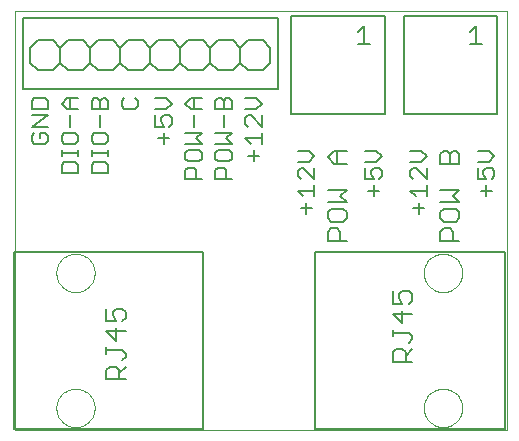
<source format=gto>
G75*
%MOIN*%
%OFA0B0*%
%FSLAX24Y24*%
%IPPOS*%
%LPD*%
%AMOC8*
5,1,8,0,0,1.08239X$1,22.5*
%
%ADD10C,0.0000*%
%ADD11C,0.0080*%
%ADD12C,0.0060*%
%ADD13C,0.0050*%
D10*
X000204Y000180D02*
X000204Y014176D01*
X016574Y014176D01*
X016574Y000180D01*
X000204Y000180D01*
X001564Y000930D02*
X001566Y000980D01*
X001572Y001030D01*
X001582Y001079D01*
X001595Y001128D01*
X001613Y001175D01*
X001634Y001221D01*
X001658Y001264D01*
X001686Y001306D01*
X001717Y001346D01*
X001751Y001383D01*
X001788Y001417D01*
X001828Y001448D01*
X001870Y001476D01*
X001913Y001500D01*
X001959Y001521D01*
X002006Y001539D01*
X002055Y001552D01*
X002104Y001562D01*
X002154Y001568D01*
X002204Y001570D01*
X002254Y001568D01*
X002304Y001562D01*
X002353Y001552D01*
X002402Y001539D01*
X002449Y001521D01*
X002495Y001500D01*
X002538Y001476D01*
X002580Y001448D01*
X002620Y001417D01*
X002657Y001383D01*
X002691Y001346D01*
X002722Y001306D01*
X002750Y001264D01*
X002774Y001221D01*
X002795Y001175D01*
X002813Y001128D01*
X002826Y001079D01*
X002836Y001030D01*
X002842Y000980D01*
X002844Y000930D01*
X002842Y000880D01*
X002836Y000830D01*
X002826Y000781D01*
X002813Y000732D01*
X002795Y000685D01*
X002774Y000639D01*
X002750Y000596D01*
X002722Y000554D01*
X002691Y000514D01*
X002657Y000477D01*
X002620Y000443D01*
X002580Y000412D01*
X002538Y000384D01*
X002495Y000360D01*
X002449Y000339D01*
X002402Y000321D01*
X002353Y000308D01*
X002304Y000298D01*
X002254Y000292D01*
X002204Y000290D01*
X002154Y000292D01*
X002104Y000298D01*
X002055Y000308D01*
X002006Y000321D01*
X001959Y000339D01*
X001913Y000360D01*
X001870Y000384D01*
X001828Y000412D01*
X001788Y000443D01*
X001751Y000477D01*
X001717Y000514D01*
X001686Y000554D01*
X001658Y000596D01*
X001634Y000639D01*
X001613Y000685D01*
X001595Y000732D01*
X001582Y000781D01*
X001572Y000830D01*
X001566Y000880D01*
X001564Y000930D01*
X001564Y005430D02*
X001566Y005480D01*
X001572Y005530D01*
X001582Y005579D01*
X001595Y005628D01*
X001613Y005675D01*
X001634Y005721D01*
X001658Y005764D01*
X001686Y005806D01*
X001717Y005846D01*
X001751Y005883D01*
X001788Y005917D01*
X001828Y005948D01*
X001870Y005976D01*
X001913Y006000D01*
X001959Y006021D01*
X002006Y006039D01*
X002055Y006052D01*
X002104Y006062D01*
X002154Y006068D01*
X002204Y006070D01*
X002254Y006068D01*
X002304Y006062D01*
X002353Y006052D01*
X002402Y006039D01*
X002449Y006021D01*
X002495Y006000D01*
X002538Y005976D01*
X002580Y005948D01*
X002620Y005917D01*
X002657Y005883D01*
X002691Y005846D01*
X002722Y005806D01*
X002750Y005764D01*
X002774Y005721D01*
X002795Y005675D01*
X002813Y005628D01*
X002826Y005579D01*
X002836Y005530D01*
X002842Y005480D01*
X002844Y005430D01*
X002842Y005380D01*
X002836Y005330D01*
X002826Y005281D01*
X002813Y005232D01*
X002795Y005185D01*
X002774Y005139D01*
X002750Y005096D01*
X002722Y005054D01*
X002691Y005014D01*
X002657Y004977D01*
X002620Y004943D01*
X002580Y004912D01*
X002538Y004884D01*
X002495Y004860D01*
X002449Y004839D01*
X002402Y004821D01*
X002353Y004808D01*
X002304Y004798D01*
X002254Y004792D01*
X002204Y004790D01*
X002154Y004792D01*
X002104Y004798D01*
X002055Y004808D01*
X002006Y004821D01*
X001959Y004839D01*
X001913Y004860D01*
X001870Y004884D01*
X001828Y004912D01*
X001788Y004943D01*
X001751Y004977D01*
X001717Y005014D01*
X001686Y005054D01*
X001658Y005096D01*
X001634Y005139D01*
X001613Y005185D01*
X001595Y005232D01*
X001582Y005281D01*
X001572Y005330D01*
X001566Y005380D01*
X001564Y005430D01*
X013814Y005430D02*
X013816Y005480D01*
X013822Y005530D01*
X013832Y005579D01*
X013845Y005628D01*
X013863Y005675D01*
X013884Y005721D01*
X013908Y005764D01*
X013936Y005806D01*
X013967Y005846D01*
X014001Y005883D01*
X014038Y005917D01*
X014078Y005948D01*
X014120Y005976D01*
X014163Y006000D01*
X014209Y006021D01*
X014256Y006039D01*
X014305Y006052D01*
X014354Y006062D01*
X014404Y006068D01*
X014454Y006070D01*
X014504Y006068D01*
X014554Y006062D01*
X014603Y006052D01*
X014652Y006039D01*
X014699Y006021D01*
X014745Y006000D01*
X014788Y005976D01*
X014830Y005948D01*
X014870Y005917D01*
X014907Y005883D01*
X014941Y005846D01*
X014972Y005806D01*
X015000Y005764D01*
X015024Y005721D01*
X015045Y005675D01*
X015063Y005628D01*
X015076Y005579D01*
X015086Y005530D01*
X015092Y005480D01*
X015094Y005430D01*
X015092Y005380D01*
X015086Y005330D01*
X015076Y005281D01*
X015063Y005232D01*
X015045Y005185D01*
X015024Y005139D01*
X015000Y005096D01*
X014972Y005054D01*
X014941Y005014D01*
X014907Y004977D01*
X014870Y004943D01*
X014830Y004912D01*
X014788Y004884D01*
X014745Y004860D01*
X014699Y004839D01*
X014652Y004821D01*
X014603Y004808D01*
X014554Y004798D01*
X014504Y004792D01*
X014454Y004790D01*
X014404Y004792D01*
X014354Y004798D01*
X014305Y004808D01*
X014256Y004821D01*
X014209Y004839D01*
X014163Y004860D01*
X014120Y004884D01*
X014078Y004912D01*
X014038Y004943D01*
X014001Y004977D01*
X013967Y005014D01*
X013936Y005054D01*
X013908Y005096D01*
X013884Y005139D01*
X013863Y005185D01*
X013845Y005232D01*
X013832Y005281D01*
X013822Y005330D01*
X013816Y005380D01*
X013814Y005430D01*
X013814Y000930D02*
X013816Y000980D01*
X013822Y001030D01*
X013832Y001079D01*
X013845Y001128D01*
X013863Y001175D01*
X013884Y001221D01*
X013908Y001264D01*
X013936Y001306D01*
X013967Y001346D01*
X014001Y001383D01*
X014038Y001417D01*
X014078Y001448D01*
X014120Y001476D01*
X014163Y001500D01*
X014209Y001521D01*
X014256Y001539D01*
X014305Y001552D01*
X014354Y001562D01*
X014404Y001568D01*
X014454Y001570D01*
X014504Y001568D01*
X014554Y001562D01*
X014603Y001552D01*
X014652Y001539D01*
X014699Y001521D01*
X014745Y001500D01*
X014788Y001476D01*
X014830Y001448D01*
X014870Y001417D01*
X014907Y001383D01*
X014941Y001346D01*
X014972Y001306D01*
X015000Y001264D01*
X015024Y001221D01*
X015045Y001175D01*
X015063Y001128D01*
X015076Y001079D01*
X015086Y001030D01*
X015092Y000980D01*
X015094Y000930D01*
X015092Y000880D01*
X015086Y000830D01*
X015076Y000781D01*
X015063Y000732D01*
X015045Y000685D01*
X015024Y000639D01*
X015000Y000596D01*
X014972Y000554D01*
X014941Y000514D01*
X014907Y000477D01*
X014870Y000443D01*
X014830Y000412D01*
X014788Y000384D01*
X014745Y000360D01*
X014699Y000339D01*
X014652Y000321D01*
X014603Y000308D01*
X014554Y000298D01*
X014504Y000292D01*
X014454Y000290D01*
X014404Y000292D01*
X014354Y000298D01*
X014305Y000308D01*
X014256Y000321D01*
X014209Y000339D01*
X014163Y000360D01*
X014120Y000384D01*
X014078Y000412D01*
X014038Y000443D01*
X014001Y000477D01*
X013967Y000514D01*
X013936Y000554D01*
X013908Y000596D01*
X013884Y000639D01*
X013863Y000685D01*
X013845Y000732D01*
X013832Y000781D01*
X013822Y000830D01*
X013816Y000880D01*
X013814Y000930D01*
D11*
X006463Y000217D02*
X000140Y000217D01*
X000140Y006143D01*
X006463Y006143D01*
X006463Y000217D01*
X010194Y000217D02*
X016518Y000217D01*
X016518Y006143D01*
X010194Y006143D01*
X010194Y000217D01*
X010618Y006497D02*
X010618Y006808D01*
X010722Y006911D01*
X010929Y006911D01*
X011032Y006808D01*
X011032Y006497D01*
X011239Y006497D02*
X010618Y006497D01*
X010722Y007142D02*
X011135Y007142D01*
X011239Y007245D01*
X011239Y007452D01*
X011135Y007555D01*
X010722Y007555D01*
X010618Y007452D01*
X010618Y007245D01*
X010722Y007142D01*
X009894Y007400D02*
X009894Y007767D01*
X010077Y007583D02*
X009710Y007583D01*
X010618Y007786D02*
X011239Y007786D01*
X011032Y007993D01*
X011239Y008200D01*
X010618Y008200D01*
X010169Y008163D02*
X009618Y008163D01*
X009802Y007980D01*
X010169Y007980D02*
X010169Y008347D01*
X010169Y008560D02*
X009802Y008927D01*
X009710Y008927D01*
X009618Y008835D01*
X009618Y008652D01*
X009710Y008560D01*
X010169Y008560D02*
X010169Y008927D01*
X009985Y009140D02*
X009618Y009140D01*
X009985Y009140D02*
X010169Y009323D01*
X009985Y009507D01*
X009618Y009507D01*
X010618Y009282D02*
X010825Y009489D01*
X011239Y009489D01*
X010929Y009489D02*
X010929Y009075D01*
X010825Y009075D02*
X010618Y009282D01*
X010825Y009075D02*
X011239Y009075D01*
X011868Y009140D02*
X012235Y009140D01*
X012419Y009323D01*
X012235Y009507D01*
X011868Y009507D01*
X011868Y008927D02*
X011868Y008560D01*
X012144Y008560D01*
X012052Y008743D01*
X012052Y008835D01*
X012144Y008927D01*
X012327Y008927D01*
X012419Y008835D01*
X012419Y008652D01*
X012327Y008560D01*
X012144Y008347D02*
X012144Y007980D01*
X012327Y008163D02*
X011960Y008163D01*
X013368Y008163D02*
X013919Y008163D01*
X013919Y007980D02*
X013919Y008347D01*
X013552Y007980D02*
X013368Y008163D01*
X013460Y008560D02*
X013368Y008652D01*
X013368Y008835D01*
X013460Y008927D01*
X013552Y008927D01*
X013919Y008560D01*
X013919Y008927D01*
X013735Y009140D02*
X013368Y009140D01*
X013735Y009140D02*
X013919Y009323D01*
X013735Y009507D01*
X013368Y009507D01*
X014368Y009386D02*
X014368Y009075D01*
X014989Y009075D01*
X014989Y009386D01*
X014885Y009489D01*
X014782Y009489D01*
X014679Y009386D01*
X014679Y009075D01*
X014679Y009386D02*
X014575Y009489D01*
X014472Y009489D01*
X014368Y009386D01*
X015618Y009507D02*
X015985Y009507D01*
X016169Y009323D01*
X015985Y009140D01*
X015618Y009140D01*
X015618Y008927D02*
X015618Y008560D01*
X015894Y008560D01*
X015802Y008743D01*
X015802Y008835D01*
X015894Y008927D01*
X016077Y008927D01*
X016169Y008835D01*
X016169Y008652D01*
X016077Y008560D01*
X015894Y008347D02*
X015894Y007980D01*
X016077Y008163D02*
X015710Y008163D01*
X014989Y008200D02*
X014782Y007993D01*
X014989Y007786D01*
X014368Y007786D01*
X014472Y007555D02*
X014368Y007452D01*
X014368Y007245D01*
X014472Y007142D01*
X014885Y007142D01*
X014989Y007245D01*
X014989Y007452D01*
X014885Y007555D01*
X014472Y007555D01*
X013827Y007583D02*
X013460Y007583D01*
X013644Y007400D02*
X013644Y007767D01*
X014368Y008200D02*
X014989Y008200D01*
X014679Y006911D02*
X014782Y006808D01*
X014782Y006497D01*
X014989Y006497D02*
X014368Y006497D01*
X014368Y006808D01*
X014472Y006911D01*
X014679Y006911D01*
X008144Y009150D02*
X008144Y009517D01*
X008052Y009730D02*
X007868Y009913D01*
X008419Y009913D01*
X008419Y009730D02*
X008419Y010097D01*
X008419Y010310D02*
X008052Y010677D01*
X007960Y010677D01*
X007868Y010585D01*
X007868Y010402D01*
X007960Y010310D01*
X007419Y010097D02*
X006868Y010097D01*
X007144Y010310D02*
X007144Y010677D01*
X007144Y010890D02*
X007144Y011165D01*
X007235Y011257D01*
X007327Y011257D01*
X007419Y011165D01*
X007419Y010890D01*
X006868Y010890D01*
X006868Y011165D01*
X006960Y011257D01*
X007052Y011257D01*
X007144Y011165D01*
X006419Y011257D02*
X006052Y011257D01*
X005868Y011073D01*
X006052Y010890D01*
X006419Y010890D01*
X006144Y010890D02*
X006144Y011257D01*
X005419Y011073D02*
X005235Y011257D01*
X004868Y011257D01*
X005235Y010890D02*
X005419Y011073D01*
X005235Y010890D02*
X004868Y010890D01*
X004868Y010677D02*
X004868Y010310D01*
X005144Y010310D01*
X005052Y010493D01*
X005052Y010585D01*
X005144Y010677D01*
X005327Y010677D01*
X005419Y010585D01*
X005419Y010402D01*
X005327Y010310D01*
X005144Y010097D02*
X005144Y009730D01*
X005327Y009913D02*
X004960Y009913D01*
X005868Y009730D02*
X006419Y009730D01*
X006235Y009913D01*
X006419Y010097D01*
X005868Y010097D01*
X006144Y010310D02*
X006144Y010677D01*
X007235Y009913D02*
X007419Y010097D01*
X007235Y009913D02*
X007419Y009730D01*
X006868Y009730D01*
X006960Y009517D02*
X006868Y009425D01*
X006868Y009242D01*
X006960Y009150D01*
X007327Y009150D01*
X007419Y009242D01*
X007419Y009425D01*
X007327Y009517D01*
X006960Y009517D01*
X006419Y009425D02*
X006327Y009517D01*
X005960Y009517D01*
X005868Y009425D01*
X005868Y009242D01*
X005960Y009150D01*
X006327Y009150D01*
X006419Y009242D01*
X006419Y009425D01*
X006144Y008937D02*
X005960Y008937D01*
X005868Y008845D01*
X005868Y008570D01*
X006419Y008570D01*
X006235Y008570D02*
X006235Y008845D01*
X006144Y008937D01*
X006868Y008845D02*
X006960Y008937D01*
X007144Y008937D01*
X007235Y008845D01*
X007235Y008570D01*
X007419Y008570D02*
X006868Y008570D01*
X006868Y008845D01*
X007960Y009333D02*
X008327Y009333D01*
X008419Y010310D02*
X008419Y010677D01*
X008235Y010890D02*
X008419Y011073D01*
X008235Y011257D01*
X007868Y011257D01*
X007868Y010890D02*
X008235Y010890D01*
X009403Y010722D02*
X012505Y010722D01*
X012505Y013986D01*
X009403Y013986D01*
X009403Y010722D01*
X008954Y011555D02*
X000454Y011555D01*
X000454Y013930D01*
X008954Y013930D01*
X008954Y011555D01*
X013153Y010722D02*
X016255Y010722D01*
X016255Y013986D01*
X013153Y013986D01*
X013153Y010722D01*
X004294Y010982D02*
X004202Y010890D01*
X003835Y010890D01*
X003743Y010982D01*
X003743Y011165D01*
X003835Y011257D01*
X004202Y011257D02*
X004294Y011165D01*
X004294Y010982D01*
X003294Y010890D02*
X003294Y011165D01*
X003202Y011257D01*
X003110Y011257D01*
X003019Y011165D01*
X003019Y010890D01*
X003019Y010677D02*
X003019Y010310D01*
X003202Y010097D02*
X002835Y010097D01*
X002743Y010005D01*
X002743Y009822D01*
X002835Y009730D01*
X003202Y009730D01*
X003294Y009822D01*
X003294Y010005D01*
X003202Y010097D01*
X002294Y010005D02*
X002294Y009822D01*
X002202Y009730D01*
X001835Y009730D01*
X001743Y009822D01*
X001743Y010005D01*
X001835Y010097D01*
X002202Y010097D01*
X002294Y010005D01*
X002019Y010310D02*
X002019Y010677D01*
X002019Y010890D02*
X002019Y011257D01*
X001927Y011257D02*
X002294Y011257D01*
X001927Y011257D02*
X001743Y011073D01*
X001927Y010890D01*
X002294Y010890D01*
X002743Y010890D02*
X002743Y011165D01*
X002835Y011257D01*
X002927Y011257D01*
X003019Y011165D01*
X003294Y010890D02*
X002743Y010890D01*
X001294Y010890D02*
X001294Y011165D01*
X001202Y011257D01*
X000835Y011257D01*
X000743Y011165D01*
X000743Y010890D01*
X001294Y010890D01*
X001294Y010677D02*
X000743Y010677D01*
X000743Y010310D02*
X001294Y010677D01*
X001294Y010310D02*
X000743Y010310D01*
X000835Y010097D02*
X000743Y010005D01*
X000743Y009822D01*
X000835Y009730D01*
X001202Y009730D01*
X001294Y009822D01*
X001294Y010005D01*
X001202Y010097D01*
X001019Y010097D01*
X001019Y009913D01*
X001743Y009527D02*
X001743Y009343D01*
X001743Y009435D02*
X002294Y009435D01*
X002294Y009343D02*
X002294Y009527D01*
X002743Y009527D02*
X002743Y009343D01*
X002743Y009435D02*
X003294Y009435D01*
X003294Y009343D02*
X003294Y009527D01*
X003202Y009130D02*
X002835Y009130D01*
X002743Y009038D01*
X002743Y008763D01*
X003294Y008763D01*
X003294Y009038D01*
X003202Y009130D01*
X002294Y009038D02*
X002294Y008763D01*
X001743Y008763D01*
X001743Y009038D01*
X001835Y009130D01*
X002202Y009130D01*
X002294Y009038D01*
D12*
X002454Y012180D02*
X001954Y012180D01*
X001704Y012430D01*
X001454Y012180D01*
X000954Y012180D01*
X000704Y012430D01*
X000704Y012930D01*
X000954Y013180D01*
X001454Y013180D01*
X001704Y012930D01*
X001954Y013180D01*
X002454Y013180D01*
X002704Y012930D01*
X002704Y012430D01*
X002454Y012180D01*
X002704Y012430D02*
X002954Y012180D01*
X003454Y012180D01*
X003704Y012430D01*
X003954Y012180D01*
X004454Y012180D01*
X004704Y012430D01*
X004954Y012180D01*
X005454Y012180D01*
X005704Y012430D01*
X005704Y012930D01*
X005454Y013180D01*
X004954Y013180D01*
X004704Y012930D01*
X004704Y012430D01*
X003704Y012430D02*
X003704Y012930D01*
X003954Y013180D01*
X004454Y013180D01*
X004704Y012930D01*
X003704Y012930D02*
X003454Y013180D01*
X002954Y013180D01*
X002704Y012930D01*
X001704Y012930D02*
X001704Y012430D01*
X005704Y012430D02*
X005954Y012180D01*
X006454Y012180D01*
X006704Y012430D01*
X006954Y012180D01*
X007454Y012180D01*
X007704Y012430D01*
X007954Y012180D01*
X008454Y012180D01*
X008704Y012430D01*
X008704Y012930D01*
X008454Y013180D01*
X007954Y013180D01*
X007704Y012930D01*
X007704Y012430D01*
X007704Y012930D02*
X007454Y013180D01*
X006954Y013180D01*
X006704Y012930D01*
X006704Y012430D01*
X006704Y012930D02*
X006454Y013180D01*
X005954Y013180D01*
X005704Y012930D01*
X012783Y004821D02*
X012783Y004394D01*
X013104Y004394D01*
X012997Y004607D01*
X012997Y004714D01*
X013104Y004821D01*
X013317Y004821D01*
X013424Y004714D01*
X013424Y004500D01*
X013317Y004394D01*
X013104Y004176D02*
X013104Y003749D01*
X012783Y004069D01*
X013424Y004069D01*
X012783Y003532D02*
X012783Y003318D01*
X012783Y003425D02*
X013317Y003425D01*
X013424Y003318D01*
X013424Y003211D01*
X013317Y003105D01*
X013424Y002887D02*
X013210Y002674D01*
X013210Y002780D02*
X013210Y002460D01*
X013424Y002460D02*
X012783Y002460D01*
X012783Y002780D01*
X012890Y002887D01*
X013104Y002887D01*
X013210Y002780D01*
X003874Y002740D02*
X003874Y002633D01*
X003767Y002526D01*
X003874Y002309D02*
X003660Y002095D01*
X003660Y002202D02*
X003660Y001882D01*
X003874Y001882D02*
X003233Y001882D01*
X003233Y002202D01*
X003340Y002309D01*
X003554Y002309D01*
X003660Y002202D01*
X003874Y002740D02*
X003767Y002847D01*
X003233Y002847D01*
X003233Y002953D02*
X003233Y002740D01*
X003554Y003171D02*
X003554Y003598D01*
X003874Y003491D02*
X003233Y003491D01*
X003554Y003171D01*
X003554Y003815D02*
X003447Y004029D01*
X003447Y004136D01*
X003554Y004242D01*
X003767Y004242D01*
X003874Y004136D01*
X003874Y003922D01*
X003767Y003815D01*
X003554Y003815D02*
X003233Y003815D01*
X003233Y004242D01*
D13*
X011605Y013057D02*
X012012Y013057D01*
X011809Y013057D02*
X011809Y013667D01*
X011605Y013464D01*
X015355Y013464D02*
X015559Y013667D01*
X015559Y013057D01*
X015762Y013057D02*
X015355Y013057D01*
M02*

</source>
